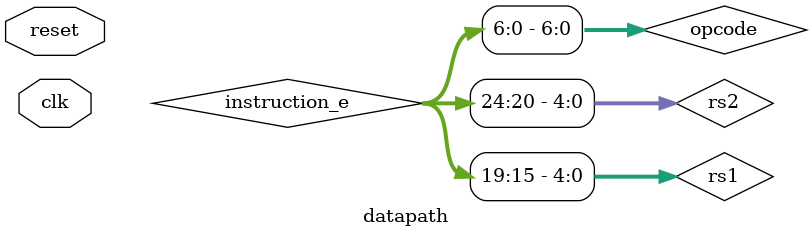
<source format=sv>
module datapath(
    input logic clk, reset
);
    logic [31:0] pc_f, pc_e, pc_w, next_pc, extended_imm;
    logic [31:0] instruction_f, instruction_f_dff, instruction_e, instruction_w, alu_result_e, alu_result_w, rdata, wdata, wdata_dm;
    logic [31:0] rdata1_reg, rdata2_reg, rdata1, rdata2;
    logic [4:0] rs1, rs2, rd;
    logic [6:0] opcode;
    logic [3:0] alu_ctrl;
    logic [2:0] br_type;
    logic [1:0] wb_sel, wb_sel_w;
    logic reg_wr, rd_en, wr_en, br_taken, sel_A, sel_B;
    logic reg_wr_w, rd_en_w, wr_en_w, fwd_A, fwd_B, flush;

    //-----------------------------------------FETCH--------------------------------------------//

    pc pc_0 (clk, reset, next_pc, pc_f);
    inst_mem inst_mem_0 (pc_f, instruction_f_dff);

    //------------------------------------------------------------------------------------------//

    dff dff_00 (clk, reset, pc_f, pc_e);
    dff dff_01 (clk, reset, instruction_f, instruction_e);
    assign instruction_f = flush ? 32'h00000013 : instruction_f_dff;

    //-------------------------------------DECODE & EXECUTE-------------------------------------//

    reg_file reg_file_0 (clk, reset, reg_wr_w, rs1, rs2, instruction_w[11:7], wdata, rdata1_reg, rdata2_reg);
    imd_generator imd_generator_0 (instruction_e, extended_imm);
    assign rdata1 = fwd_A ? wdata : rdata1_reg;
    assign rdata2 = fwd_B ? wdata : rdata2_reg;
    alu alu_0 (alu_ctrl, sel_A ? rdata1 : pc_e, sel_B ? extended_imm : rdata2, alu_result_e);
    branch_cond branch_cond_0 (br_type, rdata1, rdata2, br_taken);
    control_unit control_unit_0 (instruction_e, reg_wr, rd_en, wr_en, sel_A, sel_B, wb_sel, alu_ctrl, br_type);
    forwarding_unit fwd_unit_0 (instruction_e, instruction_w, reg_wr_w, fwd_A, fwd_B);

    //------------------------------------------------------------------------------------------//

    dff dff_10 (clk, reset, pc_e, pc_w);
    dff dff_11 (clk, reset, alu_result_e, alu_result_w);
    dff dff_12 (clk, reset, rdata2, wdata_dm);
    dff dff_13 (clk, reset, instruction_e, instruction_w);
    control_unit_dff control_unit_1 (clk, reset, reg_wr, wr_en, rd_en, wb_sel, reg_wr_w, wr_en_w, rd_en_w, wb_sel_w);

    //------------------------------------MEMORY & WRITEBACK------------------------------------//

    data_mem data_mem_0 (clk, wr_en_w, rd_en_w, alu_result_w, wdata_dm, rdata);
    always_comb begin
         case (wb_sel_w)
            2'b00: wdata = pc_w + 4;
            2'b01: wdata = alu_result_w;
            2'b10: wdata = rdata;
        endcase
    end

    //-----------------------------------------------------------------------------------------//
   
    
    assign opcode = instruction_e[6:0];
    assign rs1 = instruction_e[19:15];
    assign rs2 = instruction_e[24:20];
    assign rd = instruction_w[11:7];
    assign next_pc = br_taken ? alu_result_e : pc_f + 4;
    assign flush = br_taken ? 1'b1 : 1'b0;

endmodule

</source>
